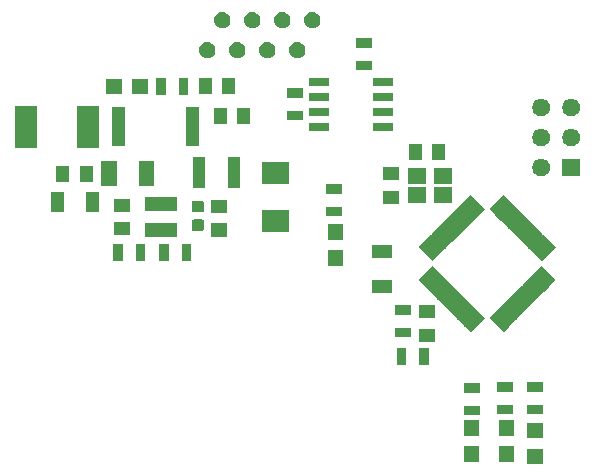
<source format=gbr>
G04 #@! TF.GenerationSoftware,KiCad,Pcbnew,5.1.4*
G04 #@! TF.CreationDate,2019-12-12T21:33:50-05:00*
G04 #@! TF.ProjectId,Suspension_Travel,53757370-656e-4736-996f-6e5f54726176,rev?*
G04 #@! TF.SameCoordinates,Original*
G04 #@! TF.FileFunction,Soldermask,Top*
G04 #@! TF.FilePolarity,Negative*
%FSLAX46Y46*%
G04 Gerber Fmt 4.6, Leading zero omitted, Abs format (unit mm)*
G04 Created by KiCad (PCBNEW 5.1.4) date 2019-12-12 21:33:50*
%MOMM*%
%LPD*%
G04 APERTURE LIST*
%ADD10C,0.100000*%
G04 APERTURE END LIST*
D10*
G36*
X152035000Y-117067000D02*
G01*
X150733000Y-117067000D01*
X150733000Y-115765000D01*
X152035000Y-115765000D01*
X152035000Y-117067000D01*
X152035000Y-117067000D01*
G37*
G36*
X149596600Y-116863800D02*
G01*
X148294600Y-116863800D01*
X148294600Y-115561800D01*
X149596600Y-115561800D01*
X149596600Y-116863800D01*
X149596600Y-116863800D01*
G37*
G36*
X146675600Y-116863800D02*
G01*
X145373600Y-116863800D01*
X145373600Y-115561800D01*
X146675600Y-115561800D01*
X146675600Y-116863800D01*
X146675600Y-116863800D01*
G37*
G36*
X152035000Y-114867000D02*
G01*
X150733000Y-114867000D01*
X150733000Y-113565000D01*
X152035000Y-113565000D01*
X152035000Y-114867000D01*
X152035000Y-114867000D01*
G37*
G36*
X146675600Y-114663800D02*
G01*
X145373600Y-114663800D01*
X145373600Y-113361800D01*
X146675600Y-113361800D01*
X146675600Y-114663800D01*
X146675600Y-114663800D01*
G37*
G36*
X149596600Y-114663800D02*
G01*
X148294600Y-114663800D01*
X148294600Y-113361800D01*
X149596600Y-113361800D01*
X149596600Y-114663800D01*
X149596600Y-114663800D01*
G37*
G36*
X146751000Y-112923000D02*
G01*
X145349000Y-112923000D01*
X145349000Y-112121000D01*
X146751000Y-112121000D01*
X146751000Y-112923000D01*
X146751000Y-112923000D01*
G37*
G36*
X152085000Y-112857000D02*
G01*
X150683000Y-112857000D01*
X150683000Y-112055000D01*
X152085000Y-112055000D01*
X152085000Y-112857000D01*
X152085000Y-112857000D01*
G37*
G36*
X149545000Y-112857000D02*
G01*
X148143000Y-112857000D01*
X148143000Y-112055000D01*
X149545000Y-112055000D01*
X149545000Y-112857000D01*
X149545000Y-112857000D01*
G37*
G36*
X146751000Y-111023000D02*
G01*
X145349000Y-111023000D01*
X145349000Y-110221000D01*
X146751000Y-110221000D01*
X146751000Y-111023000D01*
X146751000Y-111023000D01*
G37*
G36*
X152085000Y-110957000D02*
G01*
X150683000Y-110957000D01*
X150683000Y-110155000D01*
X152085000Y-110155000D01*
X152085000Y-110957000D01*
X152085000Y-110957000D01*
G37*
G36*
X149545000Y-110957000D02*
G01*
X148143000Y-110957000D01*
X148143000Y-110155000D01*
X149545000Y-110155000D01*
X149545000Y-110957000D01*
X149545000Y-110957000D01*
G37*
G36*
X140487000Y-108651000D02*
G01*
X139685000Y-108651000D01*
X139685000Y-107249000D01*
X140487000Y-107249000D01*
X140487000Y-108651000D01*
X140487000Y-108651000D01*
G37*
G36*
X142387000Y-108651000D02*
G01*
X141585000Y-108651000D01*
X141585000Y-107249000D01*
X142387000Y-107249000D01*
X142387000Y-108651000D01*
X142387000Y-108651000D01*
G37*
G36*
X142916000Y-106723000D02*
G01*
X141564000Y-106723000D01*
X141564000Y-105621000D01*
X142916000Y-105621000D01*
X142916000Y-106723000D01*
X142916000Y-106723000D01*
G37*
G36*
X140909000Y-106319000D02*
G01*
X139507000Y-106319000D01*
X139507000Y-105517000D01*
X140909000Y-105517000D01*
X140909000Y-106319000D01*
X140909000Y-106319000D01*
G37*
G36*
X153137368Y-101472536D02*
G01*
X152676334Y-101933570D01*
X152571682Y-102038221D01*
X152110648Y-102499255D01*
X152005997Y-102603907D01*
X149847907Y-104761997D01*
X149743255Y-104866648D01*
X149282221Y-105327682D01*
X149177570Y-105432334D01*
X148716536Y-105893368D01*
X147513040Y-104689872D01*
X147974074Y-104228838D01*
X147974075Y-104228839D01*
X147990339Y-104212575D01*
X147990348Y-104212564D01*
X148078726Y-104124187D01*
X148078725Y-104124186D01*
X148539759Y-103663152D01*
X148539760Y-103663153D01*
X148628137Y-103574775D01*
X148628148Y-103574766D01*
X148644412Y-103558502D01*
X148644411Y-103558501D01*
X149105445Y-103097467D01*
X149105446Y-103097468D01*
X149193833Y-103009080D01*
X149210097Y-102992817D01*
X149210096Y-102992816D01*
X149671130Y-102531782D01*
X149671131Y-102531783D01*
X149775783Y-102427131D01*
X149775782Y-102427130D01*
X150236816Y-101966096D01*
X150236817Y-101966097D01*
X150325204Y-101877709D01*
X150341468Y-101861446D01*
X150341467Y-101861445D01*
X150802501Y-101400411D01*
X150802502Y-101400412D01*
X150818766Y-101384148D01*
X150818775Y-101384137D01*
X150907153Y-101295760D01*
X150907152Y-101295759D01*
X151368186Y-100834725D01*
X151368187Y-100834726D01*
X151456564Y-100746348D01*
X151456575Y-100746339D01*
X151472839Y-100730075D01*
X151472838Y-100730074D01*
X151933872Y-100269040D01*
X153137368Y-101472536D01*
X153137368Y-101472536D01*
G37*
G36*
X143167162Y-100730074D02*
G01*
X143167162Y-100730075D01*
X143183426Y-100746339D01*
X143183432Y-100746344D01*
X143271814Y-100834726D01*
X143271814Y-100834725D01*
X143732848Y-101295759D01*
X143732848Y-101295760D01*
X143821230Y-101384142D01*
X143821235Y-101384148D01*
X143837499Y-101400412D01*
X143837499Y-101400411D01*
X144298533Y-101861445D01*
X144298533Y-101861446D01*
X144403184Y-101966097D01*
X144403184Y-101966096D01*
X144864218Y-102427130D01*
X144864218Y-102427131D01*
X144968870Y-102531783D01*
X144968870Y-102531782D01*
X145429904Y-102992816D01*
X145429904Y-102992817D01*
X145534555Y-103097468D01*
X145534555Y-103097467D01*
X145995589Y-103558501D01*
X145995589Y-103558502D01*
X146011853Y-103574766D01*
X146011859Y-103574771D01*
X146100241Y-103663153D01*
X146100241Y-103663152D01*
X146561275Y-104124186D01*
X146561275Y-104124187D01*
X146649657Y-104212569D01*
X146649662Y-104212575D01*
X146665926Y-104228839D01*
X146665926Y-104228838D01*
X147126960Y-104689872D01*
X145923464Y-105893368D01*
X145462430Y-105432334D01*
X145462431Y-105432334D01*
X145374049Y-105343952D01*
X145374044Y-105343946D01*
X145357780Y-105327682D01*
X145357779Y-105327682D01*
X144896745Y-104866648D01*
X144896746Y-104866648D01*
X144880482Y-104850384D01*
X144880476Y-104850379D01*
X144792094Y-104761997D01*
X144792093Y-104761997D01*
X144331059Y-104300963D01*
X144331060Y-104300963D01*
X144226409Y-104196312D01*
X144226408Y-104196312D01*
X143765374Y-103735278D01*
X143765375Y-103735278D01*
X143660723Y-103630626D01*
X143660722Y-103630626D01*
X143199688Y-103169592D01*
X143199689Y-103169592D01*
X143095038Y-103064941D01*
X143095037Y-103064941D01*
X142634003Y-102603907D01*
X142634004Y-102603907D01*
X142545622Y-102515525D01*
X142545617Y-102515519D01*
X142529353Y-102499255D01*
X142529352Y-102499255D01*
X142068318Y-102038221D01*
X142068319Y-102038221D01*
X142052055Y-102021957D01*
X142052049Y-102021952D01*
X141963667Y-101933570D01*
X141963666Y-101933570D01*
X141502632Y-101472536D01*
X142706128Y-100269040D01*
X143167162Y-100730074D01*
X143167162Y-100730074D01*
G37*
G36*
X142916000Y-104723000D02*
G01*
X141564000Y-104723000D01*
X141564000Y-103621000D01*
X142916000Y-103621000D01*
X142916000Y-104723000D01*
X142916000Y-104723000D01*
G37*
G36*
X140909000Y-104419000D02*
G01*
X139507000Y-104419000D01*
X139507000Y-103617000D01*
X140909000Y-103617000D01*
X140909000Y-104419000D01*
X140909000Y-104419000D01*
G37*
G36*
X139281000Y-102611000D02*
G01*
X137579000Y-102611000D01*
X137579000Y-101509000D01*
X139281000Y-101509000D01*
X139281000Y-102611000D01*
X139281000Y-102611000D01*
G37*
G36*
X135131000Y-100271000D02*
G01*
X133829000Y-100271000D01*
X133829000Y-98969000D01*
X135131000Y-98969000D01*
X135131000Y-100271000D01*
X135131000Y-100271000D01*
G37*
G36*
X147126960Y-95462128D02*
G01*
X146649662Y-95939426D01*
X146561275Y-96027814D01*
X146100241Y-96488848D01*
X146011853Y-96577235D01*
X145534555Y-97054533D01*
X145446167Y-97142920D01*
X145429904Y-97159184D01*
X144403184Y-98185904D01*
X144314796Y-98274291D01*
X144298533Y-98290555D01*
X143821235Y-98767853D01*
X143732848Y-98856241D01*
X143271814Y-99317275D01*
X143183426Y-99405662D01*
X142706128Y-99882960D01*
X141502632Y-98679464D01*
X141963666Y-98218430D01*
X141963667Y-98218431D01*
X142052044Y-98130053D01*
X142052055Y-98130044D01*
X142068319Y-98113780D01*
X142068318Y-98113779D01*
X142529352Y-97652745D01*
X142529353Y-97652746D01*
X142545617Y-97636482D01*
X142545626Y-97636471D01*
X142634004Y-97548094D01*
X142634003Y-97548093D01*
X143095037Y-97087059D01*
X143095038Y-97087060D01*
X143199689Y-96982409D01*
X143199688Y-96982408D01*
X143660722Y-96521374D01*
X143660723Y-96521375D01*
X143765375Y-96416723D01*
X143765374Y-96416722D01*
X144226408Y-95955688D01*
X144226409Y-95955689D01*
X144331060Y-95851038D01*
X144331059Y-95851037D01*
X144792093Y-95390003D01*
X144792094Y-95390004D01*
X144880471Y-95301626D01*
X144880482Y-95301617D01*
X144896746Y-95285353D01*
X144896745Y-95285352D01*
X145357779Y-94824318D01*
X145357780Y-94824319D01*
X145374044Y-94808055D01*
X145374053Y-94808044D01*
X145462431Y-94719667D01*
X145462430Y-94719666D01*
X145923464Y-94258632D01*
X147126960Y-95462128D01*
X147126960Y-95462128D01*
G37*
G36*
X149177570Y-94719666D02*
G01*
X149177570Y-94719667D01*
X149265952Y-94808049D01*
X149265957Y-94808055D01*
X149282221Y-94824319D01*
X149282221Y-94824318D01*
X149743255Y-95285352D01*
X149743255Y-95285353D01*
X149759519Y-95301617D01*
X149759525Y-95301622D01*
X149847907Y-95390004D01*
X149847907Y-95390003D01*
X150308941Y-95851037D01*
X150308941Y-95851038D01*
X150413592Y-95955689D01*
X150413592Y-95955688D01*
X150874626Y-96416722D01*
X150874626Y-96416723D01*
X150979278Y-96521375D01*
X150979278Y-96521374D01*
X151440312Y-96982408D01*
X151440312Y-96982409D01*
X151544963Y-97087060D01*
X151544963Y-97087059D01*
X152005997Y-97548093D01*
X152005997Y-97548094D01*
X152094379Y-97636476D01*
X152094384Y-97636482D01*
X152110648Y-97652746D01*
X152110648Y-97652745D01*
X152571682Y-98113779D01*
X152571682Y-98113780D01*
X152587946Y-98130044D01*
X152587952Y-98130049D01*
X152676334Y-98218431D01*
X152676334Y-98218430D01*
X153137368Y-98679464D01*
X151933872Y-99882960D01*
X151472838Y-99421926D01*
X151472839Y-99421926D01*
X151456575Y-99405662D01*
X151456569Y-99405657D01*
X151368187Y-99317275D01*
X151368186Y-99317275D01*
X150907152Y-98856241D01*
X150907153Y-98856241D01*
X150818771Y-98767859D01*
X150818766Y-98767853D01*
X150802502Y-98751589D01*
X150802501Y-98751589D01*
X150341467Y-98290555D01*
X150341468Y-98290555D01*
X150236817Y-98185904D01*
X150236816Y-98185904D01*
X149775782Y-97724870D01*
X149775783Y-97724870D01*
X149671131Y-97620218D01*
X149671130Y-97620218D01*
X149210096Y-97159184D01*
X149210097Y-97159184D01*
X149105446Y-97054533D01*
X149105445Y-97054533D01*
X148644411Y-96593499D01*
X148644412Y-96593499D01*
X148628148Y-96577235D01*
X148628142Y-96577230D01*
X148539760Y-96488848D01*
X148539759Y-96488848D01*
X148078725Y-96027814D01*
X148078726Y-96027814D01*
X147990344Y-95939432D01*
X147990339Y-95939426D01*
X147974075Y-95923162D01*
X147974074Y-95923162D01*
X147513040Y-95462128D01*
X148716536Y-94258632D01*
X149177570Y-94719666D01*
X149177570Y-94719666D01*
G37*
G36*
X120372780Y-99857520D02*
G01*
X119570780Y-99857520D01*
X119570780Y-98455520D01*
X120372780Y-98455520D01*
X120372780Y-99857520D01*
X120372780Y-99857520D01*
G37*
G36*
X122272780Y-99857520D02*
G01*
X121470780Y-99857520D01*
X121470780Y-98455520D01*
X122272780Y-98455520D01*
X122272780Y-99857520D01*
X122272780Y-99857520D01*
G37*
G36*
X116486580Y-99842280D02*
G01*
X115684580Y-99842280D01*
X115684580Y-98440280D01*
X116486580Y-98440280D01*
X116486580Y-99842280D01*
X116486580Y-99842280D01*
G37*
G36*
X118386580Y-99842280D02*
G01*
X117584580Y-99842280D01*
X117584580Y-98440280D01*
X118386580Y-98440280D01*
X118386580Y-99842280D01*
X118386580Y-99842280D01*
G37*
G36*
X139281000Y-99611000D02*
G01*
X137579000Y-99611000D01*
X137579000Y-98509000D01*
X139281000Y-98509000D01*
X139281000Y-99611000D01*
X139281000Y-99611000D01*
G37*
G36*
X135131000Y-98071000D02*
G01*
X133829000Y-98071000D01*
X133829000Y-96769000D01*
X135131000Y-96769000D01*
X135131000Y-98071000D01*
X135131000Y-98071000D01*
G37*
G36*
X121028400Y-97835200D02*
G01*
X118376400Y-97835200D01*
X118376400Y-96673200D01*
X121028400Y-96673200D01*
X121028400Y-97835200D01*
X121028400Y-97835200D01*
G37*
G36*
X125303640Y-97801000D02*
G01*
X123951640Y-97801000D01*
X123951640Y-96699000D01*
X125303640Y-96699000D01*
X125303640Y-97801000D01*
X125303640Y-97801000D01*
G37*
G36*
X117084200Y-97690000D02*
G01*
X115732200Y-97690000D01*
X115732200Y-96588000D01*
X117084200Y-96588000D01*
X117084200Y-97690000D01*
X117084200Y-97690000D01*
G37*
G36*
X130556200Y-97396500D02*
G01*
X128295200Y-97396500D01*
X128295200Y-95516500D01*
X130556200Y-95516500D01*
X130556200Y-97396500D01*
X130556200Y-97396500D01*
G37*
G36*
X123201291Y-96362585D02*
G01*
X123235269Y-96372893D01*
X123266590Y-96389634D01*
X123294039Y-96412161D01*
X123316566Y-96439610D01*
X123333307Y-96470931D01*
X123343615Y-96504909D01*
X123347700Y-96546390D01*
X123347700Y-97147610D01*
X123343615Y-97189091D01*
X123333307Y-97223069D01*
X123316566Y-97254390D01*
X123294039Y-97281839D01*
X123266590Y-97304366D01*
X123235269Y-97321107D01*
X123201291Y-97331415D01*
X123159810Y-97335500D01*
X122483590Y-97335500D01*
X122442109Y-97331415D01*
X122408131Y-97321107D01*
X122376810Y-97304366D01*
X122349361Y-97281839D01*
X122326834Y-97254390D01*
X122310093Y-97223069D01*
X122299785Y-97189091D01*
X122295700Y-97147610D01*
X122295700Y-96546390D01*
X122299785Y-96504909D01*
X122310093Y-96470931D01*
X122326834Y-96439610D01*
X122349361Y-96412161D01*
X122376810Y-96389634D01*
X122408131Y-96372893D01*
X122442109Y-96362585D01*
X122483590Y-96358500D01*
X123159810Y-96358500D01*
X123201291Y-96362585D01*
X123201291Y-96362585D01*
G37*
G36*
X135067000Y-96093000D02*
G01*
X133665000Y-96093000D01*
X133665000Y-95291000D01*
X135067000Y-95291000D01*
X135067000Y-96093000D01*
X135067000Y-96093000D01*
G37*
G36*
X125303640Y-95801000D02*
G01*
X123951640Y-95801000D01*
X123951640Y-94699000D01*
X125303640Y-94699000D01*
X125303640Y-95801000D01*
X125303640Y-95801000D01*
G37*
G36*
X123201291Y-94787585D02*
G01*
X123235269Y-94797893D01*
X123266590Y-94814634D01*
X123294039Y-94837161D01*
X123316566Y-94864610D01*
X123333307Y-94895931D01*
X123343615Y-94929909D01*
X123347700Y-94971390D01*
X123347700Y-95572610D01*
X123343615Y-95614091D01*
X123333307Y-95648069D01*
X123316566Y-95679390D01*
X123294039Y-95706839D01*
X123266590Y-95729366D01*
X123235269Y-95746107D01*
X123201291Y-95756415D01*
X123159810Y-95760500D01*
X122483590Y-95760500D01*
X122442109Y-95756415D01*
X122408131Y-95746107D01*
X122376810Y-95729366D01*
X122349361Y-95706839D01*
X122326834Y-95679390D01*
X122310093Y-95648069D01*
X122299785Y-95614091D01*
X122295700Y-95572610D01*
X122295700Y-94971390D01*
X122299785Y-94929909D01*
X122310093Y-94895931D01*
X122326834Y-94864610D01*
X122349361Y-94837161D01*
X122376810Y-94814634D01*
X122408131Y-94797893D01*
X122442109Y-94787585D01*
X122483590Y-94783500D01*
X123159810Y-94783500D01*
X123201291Y-94787585D01*
X123201291Y-94787585D01*
G37*
G36*
X111482700Y-95720000D02*
G01*
X110380700Y-95720000D01*
X110380700Y-94018000D01*
X111482700Y-94018000D01*
X111482700Y-95720000D01*
X111482700Y-95720000D01*
G37*
G36*
X114482700Y-95720000D02*
G01*
X113380700Y-95720000D01*
X113380700Y-94018000D01*
X114482700Y-94018000D01*
X114482700Y-95720000D01*
X114482700Y-95720000D01*
G37*
G36*
X117084200Y-95690000D02*
G01*
X115732200Y-95690000D01*
X115732200Y-94588000D01*
X117084200Y-94588000D01*
X117084200Y-95690000D01*
X117084200Y-95690000D01*
G37*
G36*
X121028400Y-95635200D02*
G01*
X118376400Y-95635200D01*
X118376400Y-94473200D01*
X121028400Y-94473200D01*
X121028400Y-95635200D01*
X121028400Y-95635200D01*
G37*
G36*
X139868000Y-95023000D02*
G01*
X138516000Y-95023000D01*
X138516000Y-93921000D01*
X139868000Y-93921000D01*
X139868000Y-95023000D01*
X139868000Y-95023000D01*
G37*
G36*
X142145000Y-94923000D02*
G01*
X140643000Y-94923000D01*
X140643000Y-93621000D01*
X142145000Y-93621000D01*
X142145000Y-94923000D01*
X142145000Y-94923000D01*
G37*
G36*
X144345000Y-94923000D02*
G01*
X142843000Y-94923000D01*
X142843000Y-93621000D01*
X144345000Y-93621000D01*
X144345000Y-94923000D01*
X144345000Y-94923000D01*
G37*
G36*
X135067000Y-94193000D02*
G01*
X133665000Y-94193000D01*
X133665000Y-93391000D01*
X135067000Y-93391000D01*
X135067000Y-94193000D01*
X135067000Y-94193000D01*
G37*
G36*
X123460200Y-93693500D02*
G01*
X122458200Y-93693500D01*
X122458200Y-91091500D01*
X123460200Y-91091500D01*
X123460200Y-93693500D01*
X123460200Y-93693500D01*
G37*
G36*
X126360200Y-93693500D02*
G01*
X125358200Y-93693500D01*
X125358200Y-91091500D01*
X126360200Y-91091500D01*
X126360200Y-93693500D01*
X126360200Y-93693500D01*
G37*
G36*
X119154300Y-93504460D02*
G01*
X117852300Y-93504460D01*
X117852300Y-91402460D01*
X119154300Y-91402460D01*
X119154300Y-93504460D01*
X119154300Y-93504460D01*
G37*
G36*
X115954300Y-93504460D02*
G01*
X114652300Y-93504460D01*
X114652300Y-91402460D01*
X115954300Y-91402460D01*
X115954300Y-93504460D01*
X115954300Y-93504460D01*
G37*
G36*
X130556200Y-93332500D02*
G01*
X128295200Y-93332500D01*
X128295200Y-91452500D01*
X130556200Y-91452500D01*
X130556200Y-93332500D01*
X130556200Y-93332500D01*
G37*
G36*
X142145000Y-93323000D02*
G01*
X140643000Y-93323000D01*
X140643000Y-92021000D01*
X142145000Y-92021000D01*
X142145000Y-93323000D01*
X142145000Y-93323000D01*
G37*
G36*
X144345000Y-93323000D02*
G01*
X142843000Y-93323000D01*
X142843000Y-92021000D01*
X144345000Y-92021000D01*
X144345000Y-93323000D01*
X144345000Y-93323000D01*
G37*
G36*
X113958700Y-93195500D02*
G01*
X112856700Y-93195500D01*
X112856700Y-91843500D01*
X113958700Y-91843500D01*
X113958700Y-93195500D01*
X113958700Y-93195500D01*
G37*
G36*
X111958700Y-93195500D02*
G01*
X110856700Y-93195500D01*
X110856700Y-91843500D01*
X111958700Y-91843500D01*
X111958700Y-93195500D01*
X111958700Y-93195500D01*
G37*
G36*
X139868000Y-93023000D02*
G01*
X138516000Y-93023000D01*
X138516000Y-91921000D01*
X139868000Y-91921000D01*
X139868000Y-93023000D01*
X139868000Y-93023000D01*
G37*
G36*
X152111059Y-91225860D02*
G01*
X152247732Y-91282472D01*
X152370735Y-91364660D01*
X152475340Y-91469265D01*
X152557528Y-91592268D01*
X152614140Y-91728941D01*
X152643000Y-91874033D01*
X152643000Y-92021967D01*
X152614140Y-92167059D01*
X152557528Y-92303732D01*
X152475340Y-92426735D01*
X152370735Y-92531340D01*
X152247732Y-92613528D01*
X152247731Y-92613529D01*
X152247730Y-92613529D01*
X152111059Y-92670140D01*
X151965968Y-92699000D01*
X151818032Y-92699000D01*
X151672941Y-92670140D01*
X151536270Y-92613529D01*
X151536269Y-92613529D01*
X151536268Y-92613528D01*
X151413265Y-92531340D01*
X151308660Y-92426735D01*
X151226472Y-92303732D01*
X151169860Y-92167059D01*
X151141000Y-92021967D01*
X151141000Y-91874033D01*
X151169860Y-91728941D01*
X151226472Y-91592268D01*
X151308660Y-91469265D01*
X151413265Y-91364660D01*
X151536268Y-91282472D01*
X151672941Y-91225860D01*
X151818032Y-91197000D01*
X151965968Y-91197000D01*
X152111059Y-91225860D01*
X152111059Y-91225860D01*
G37*
G36*
X155183000Y-92699000D02*
G01*
X153681000Y-92699000D01*
X153681000Y-91197000D01*
X155183000Y-91197000D01*
X155183000Y-92699000D01*
X155183000Y-92699000D01*
G37*
G36*
X143791000Y-91354000D02*
G01*
X142689000Y-91354000D01*
X142689000Y-90002000D01*
X143791000Y-90002000D01*
X143791000Y-91354000D01*
X143791000Y-91354000D01*
G37*
G36*
X141791000Y-91354000D02*
G01*
X140689000Y-91354000D01*
X140689000Y-90002000D01*
X141791000Y-90002000D01*
X141791000Y-91354000D01*
X141791000Y-91354000D01*
G37*
G36*
X109211700Y-90320000D02*
G01*
X107329700Y-90320000D01*
X107329700Y-86718000D01*
X109211700Y-86718000D01*
X109211700Y-90320000D01*
X109211700Y-90320000D01*
G37*
G36*
X114491700Y-90320000D02*
G01*
X112609700Y-90320000D01*
X112609700Y-86718000D01*
X114491700Y-86718000D01*
X114491700Y-90320000D01*
X114491700Y-90320000D01*
G37*
G36*
X122902800Y-90164920D02*
G01*
X121800800Y-90164920D01*
X121800800Y-86862920D01*
X122902800Y-86862920D01*
X122902800Y-90164920D01*
X122902800Y-90164920D01*
G37*
G36*
X116702800Y-90164920D02*
G01*
X115600800Y-90164920D01*
X115600800Y-86862920D01*
X116702800Y-86862920D01*
X116702800Y-90164920D01*
X116702800Y-90164920D01*
G37*
G36*
X154651059Y-88685860D02*
G01*
X154787732Y-88742472D01*
X154910735Y-88824660D01*
X155015340Y-88929265D01*
X155097528Y-89052268D01*
X155154140Y-89188941D01*
X155183000Y-89334033D01*
X155183000Y-89481967D01*
X155154140Y-89627059D01*
X155097528Y-89763732D01*
X155015340Y-89886735D01*
X154910735Y-89991340D01*
X154787732Y-90073528D01*
X154787731Y-90073529D01*
X154787730Y-90073529D01*
X154651059Y-90130140D01*
X154505968Y-90159000D01*
X154358032Y-90159000D01*
X154212941Y-90130140D01*
X154076270Y-90073529D01*
X154076269Y-90073529D01*
X154076268Y-90073528D01*
X153953265Y-89991340D01*
X153848660Y-89886735D01*
X153766472Y-89763732D01*
X153709860Y-89627059D01*
X153681000Y-89481967D01*
X153681000Y-89334033D01*
X153709860Y-89188941D01*
X153766472Y-89052268D01*
X153848660Y-88929265D01*
X153953265Y-88824660D01*
X154076268Y-88742472D01*
X154212941Y-88685860D01*
X154358032Y-88657000D01*
X154505968Y-88657000D01*
X154651059Y-88685860D01*
X154651059Y-88685860D01*
G37*
G36*
X152111059Y-88685860D02*
G01*
X152247732Y-88742472D01*
X152370735Y-88824660D01*
X152475340Y-88929265D01*
X152557528Y-89052268D01*
X152614140Y-89188941D01*
X152643000Y-89334033D01*
X152643000Y-89481967D01*
X152614140Y-89627059D01*
X152557528Y-89763732D01*
X152475340Y-89886735D01*
X152370735Y-89991340D01*
X152247732Y-90073528D01*
X152247731Y-90073529D01*
X152247730Y-90073529D01*
X152111059Y-90130140D01*
X151965968Y-90159000D01*
X151818032Y-90159000D01*
X151672941Y-90130140D01*
X151536270Y-90073529D01*
X151536269Y-90073529D01*
X151536268Y-90073528D01*
X151413265Y-89991340D01*
X151308660Y-89886735D01*
X151226472Y-89763732D01*
X151169860Y-89627059D01*
X151141000Y-89481967D01*
X151141000Y-89334033D01*
X151169860Y-89188941D01*
X151226472Y-89052268D01*
X151308660Y-88929265D01*
X151413265Y-88824660D01*
X151536268Y-88742472D01*
X151672941Y-88685860D01*
X151818032Y-88657000D01*
X151965968Y-88657000D01*
X152111059Y-88685860D01*
X152111059Y-88685860D01*
G37*
G36*
X133922000Y-88895400D02*
G01*
X132270000Y-88895400D01*
X132270000Y-88193400D01*
X133922000Y-88193400D01*
X133922000Y-88895400D01*
X133922000Y-88895400D01*
G37*
G36*
X139322000Y-88895400D02*
G01*
X137670000Y-88895400D01*
X137670000Y-88193400D01*
X139322000Y-88193400D01*
X139322000Y-88895400D01*
X139322000Y-88895400D01*
G37*
G36*
X125281000Y-88306000D02*
G01*
X124179000Y-88306000D01*
X124179000Y-86954000D01*
X125281000Y-86954000D01*
X125281000Y-88306000D01*
X125281000Y-88306000D01*
G37*
G36*
X127281000Y-88306000D02*
G01*
X126179000Y-88306000D01*
X126179000Y-86954000D01*
X127281000Y-86954000D01*
X127281000Y-88306000D01*
X127281000Y-88306000D01*
G37*
G36*
X131765000Y-87965000D02*
G01*
X130363000Y-87965000D01*
X130363000Y-87163000D01*
X131765000Y-87163000D01*
X131765000Y-87965000D01*
X131765000Y-87965000D01*
G37*
G36*
X139322000Y-87625400D02*
G01*
X137670000Y-87625400D01*
X137670000Y-86923400D01*
X139322000Y-86923400D01*
X139322000Y-87625400D01*
X139322000Y-87625400D01*
G37*
G36*
X133922000Y-87625400D02*
G01*
X132270000Y-87625400D01*
X132270000Y-86923400D01*
X133922000Y-86923400D01*
X133922000Y-87625400D01*
X133922000Y-87625400D01*
G37*
G36*
X154651059Y-86145860D02*
G01*
X154787732Y-86202472D01*
X154910735Y-86284660D01*
X155015340Y-86389265D01*
X155015341Y-86389267D01*
X155097529Y-86512270D01*
X155154140Y-86648941D01*
X155167877Y-86718000D01*
X155183000Y-86794033D01*
X155183000Y-86941967D01*
X155154140Y-87087059D01*
X155097528Y-87223732D01*
X155015340Y-87346735D01*
X154910735Y-87451340D01*
X154787732Y-87533528D01*
X154787731Y-87533529D01*
X154787730Y-87533529D01*
X154651059Y-87590140D01*
X154505968Y-87619000D01*
X154358032Y-87619000D01*
X154212941Y-87590140D01*
X154076270Y-87533529D01*
X154076269Y-87533529D01*
X154076268Y-87533528D01*
X153953265Y-87451340D01*
X153848660Y-87346735D01*
X153766472Y-87223732D01*
X153709860Y-87087059D01*
X153681000Y-86941967D01*
X153681000Y-86794033D01*
X153696124Y-86718000D01*
X153709860Y-86648941D01*
X153766471Y-86512270D01*
X153848659Y-86389267D01*
X153848660Y-86389265D01*
X153953265Y-86284660D01*
X154076268Y-86202472D01*
X154212941Y-86145860D01*
X154358032Y-86117000D01*
X154505968Y-86117000D01*
X154651059Y-86145860D01*
X154651059Y-86145860D01*
G37*
G36*
X152111059Y-86145860D02*
G01*
X152247732Y-86202472D01*
X152370735Y-86284660D01*
X152475340Y-86389265D01*
X152475341Y-86389267D01*
X152557529Y-86512270D01*
X152614140Y-86648941D01*
X152627877Y-86718000D01*
X152643000Y-86794033D01*
X152643000Y-86941967D01*
X152614140Y-87087059D01*
X152557528Y-87223732D01*
X152475340Y-87346735D01*
X152370735Y-87451340D01*
X152247732Y-87533528D01*
X152247731Y-87533529D01*
X152247730Y-87533529D01*
X152111059Y-87590140D01*
X151965968Y-87619000D01*
X151818032Y-87619000D01*
X151672941Y-87590140D01*
X151536270Y-87533529D01*
X151536269Y-87533529D01*
X151536268Y-87533528D01*
X151413265Y-87451340D01*
X151308660Y-87346735D01*
X151226472Y-87223732D01*
X151169860Y-87087059D01*
X151141000Y-86941967D01*
X151141000Y-86794033D01*
X151156124Y-86718000D01*
X151169860Y-86648941D01*
X151226471Y-86512270D01*
X151308659Y-86389267D01*
X151308660Y-86389265D01*
X151413265Y-86284660D01*
X151536268Y-86202472D01*
X151672941Y-86145860D01*
X151818032Y-86117000D01*
X151965968Y-86117000D01*
X152111059Y-86145860D01*
X152111059Y-86145860D01*
G37*
G36*
X139322000Y-86355400D02*
G01*
X137670000Y-86355400D01*
X137670000Y-85653400D01*
X139322000Y-85653400D01*
X139322000Y-86355400D01*
X139322000Y-86355400D01*
G37*
G36*
X133922000Y-86355400D02*
G01*
X132270000Y-86355400D01*
X132270000Y-85653400D01*
X133922000Y-85653400D01*
X133922000Y-86355400D01*
X133922000Y-86355400D01*
G37*
G36*
X131765000Y-86065000D02*
G01*
X130363000Y-86065000D01*
X130363000Y-85263000D01*
X131765000Y-85263000D01*
X131765000Y-86065000D01*
X131765000Y-86065000D01*
G37*
G36*
X120101000Y-85791000D02*
G01*
X119299000Y-85791000D01*
X119299000Y-84389000D01*
X120101000Y-84389000D01*
X120101000Y-85791000D01*
X120101000Y-85791000D01*
G37*
G36*
X122001000Y-85791000D02*
G01*
X121199000Y-85791000D01*
X121199000Y-84389000D01*
X122001000Y-84389000D01*
X122001000Y-85791000D01*
X122001000Y-85791000D01*
G37*
G36*
X124011000Y-85766000D02*
G01*
X122909000Y-85766000D01*
X122909000Y-84414000D01*
X124011000Y-84414000D01*
X124011000Y-85766000D01*
X124011000Y-85766000D01*
G37*
G36*
X126011000Y-85766000D02*
G01*
X124909000Y-85766000D01*
X124909000Y-84414000D01*
X126011000Y-84414000D01*
X126011000Y-85766000D01*
X126011000Y-85766000D01*
G37*
G36*
X118591000Y-85741000D02*
G01*
X117289000Y-85741000D01*
X117289000Y-84439000D01*
X118591000Y-84439000D01*
X118591000Y-85741000D01*
X118591000Y-85741000D01*
G37*
G36*
X116391000Y-85741000D02*
G01*
X115089000Y-85741000D01*
X115089000Y-84439000D01*
X116391000Y-84439000D01*
X116391000Y-85741000D01*
X116391000Y-85741000D01*
G37*
G36*
X133922000Y-85085400D02*
G01*
X132270000Y-85085400D01*
X132270000Y-84383400D01*
X133922000Y-84383400D01*
X133922000Y-85085400D01*
X133922000Y-85085400D01*
G37*
G36*
X139322000Y-85085400D02*
G01*
X137670000Y-85085400D01*
X137670000Y-84383400D01*
X139322000Y-84383400D01*
X139322000Y-85085400D01*
X139322000Y-85085400D01*
G37*
G36*
X137607000Y-83713000D02*
G01*
X136205000Y-83713000D01*
X136205000Y-82911000D01*
X137607000Y-82911000D01*
X137607000Y-83713000D01*
X137607000Y-83713000D01*
G37*
G36*
X128906273Y-81342538D02*
G01*
X129033849Y-81395382D01*
X129148659Y-81472095D01*
X129246305Y-81569741D01*
X129323018Y-81684551D01*
X129375862Y-81812127D01*
X129402800Y-81947556D01*
X129402800Y-82085644D01*
X129375862Y-82221073D01*
X129323018Y-82348649D01*
X129246305Y-82463459D01*
X129148659Y-82561105D01*
X129033849Y-82637818D01*
X128906273Y-82690662D01*
X128770844Y-82717600D01*
X128632756Y-82717600D01*
X128497327Y-82690662D01*
X128369751Y-82637818D01*
X128254941Y-82561105D01*
X128157295Y-82463459D01*
X128080582Y-82348649D01*
X128027738Y-82221073D01*
X128000800Y-82085644D01*
X128000800Y-81947556D01*
X128027738Y-81812127D01*
X128080582Y-81684551D01*
X128157295Y-81569741D01*
X128254941Y-81472095D01*
X128369751Y-81395382D01*
X128497327Y-81342538D01*
X128632756Y-81315600D01*
X128770844Y-81315600D01*
X128906273Y-81342538D01*
X128906273Y-81342538D01*
G37*
G36*
X126366273Y-81342538D02*
G01*
X126493849Y-81395382D01*
X126608659Y-81472095D01*
X126706305Y-81569741D01*
X126783018Y-81684551D01*
X126835862Y-81812127D01*
X126862800Y-81947556D01*
X126862800Y-82085644D01*
X126835862Y-82221073D01*
X126783018Y-82348649D01*
X126706305Y-82463459D01*
X126608659Y-82561105D01*
X126493849Y-82637818D01*
X126366273Y-82690662D01*
X126230844Y-82717600D01*
X126092756Y-82717600D01*
X125957327Y-82690662D01*
X125829751Y-82637818D01*
X125714941Y-82561105D01*
X125617295Y-82463459D01*
X125540582Y-82348649D01*
X125487738Y-82221073D01*
X125460800Y-82085644D01*
X125460800Y-81947556D01*
X125487738Y-81812127D01*
X125540582Y-81684551D01*
X125617295Y-81569741D01*
X125714941Y-81472095D01*
X125829751Y-81395382D01*
X125957327Y-81342538D01*
X126092756Y-81315600D01*
X126230844Y-81315600D01*
X126366273Y-81342538D01*
X126366273Y-81342538D01*
G37*
G36*
X123826273Y-81342538D02*
G01*
X123953849Y-81395382D01*
X124068659Y-81472095D01*
X124166305Y-81569741D01*
X124243018Y-81684551D01*
X124295862Y-81812127D01*
X124322800Y-81947556D01*
X124322800Y-82085644D01*
X124295862Y-82221073D01*
X124243018Y-82348649D01*
X124166305Y-82463459D01*
X124068659Y-82561105D01*
X123953849Y-82637818D01*
X123826273Y-82690662D01*
X123690844Y-82717600D01*
X123552756Y-82717600D01*
X123417327Y-82690662D01*
X123289751Y-82637818D01*
X123174941Y-82561105D01*
X123077295Y-82463459D01*
X123000582Y-82348649D01*
X122947738Y-82221073D01*
X122920800Y-82085644D01*
X122920800Y-81947556D01*
X122947738Y-81812127D01*
X123000582Y-81684551D01*
X123077295Y-81569741D01*
X123174941Y-81472095D01*
X123289751Y-81395382D01*
X123417327Y-81342538D01*
X123552756Y-81315600D01*
X123690844Y-81315600D01*
X123826273Y-81342538D01*
X123826273Y-81342538D01*
G37*
G36*
X131446273Y-81342538D02*
G01*
X131573849Y-81395382D01*
X131688659Y-81472095D01*
X131786305Y-81569741D01*
X131863018Y-81684551D01*
X131915862Y-81812127D01*
X131942800Y-81947556D01*
X131942800Y-82085644D01*
X131915862Y-82221073D01*
X131863018Y-82348649D01*
X131786305Y-82463459D01*
X131688659Y-82561105D01*
X131573849Y-82637818D01*
X131446273Y-82690662D01*
X131310844Y-82717600D01*
X131172756Y-82717600D01*
X131037327Y-82690662D01*
X130909751Y-82637818D01*
X130794941Y-82561105D01*
X130697295Y-82463459D01*
X130620582Y-82348649D01*
X130567738Y-82221073D01*
X130540800Y-82085644D01*
X130540800Y-81947556D01*
X130567738Y-81812127D01*
X130620582Y-81684551D01*
X130697295Y-81569741D01*
X130794941Y-81472095D01*
X130909751Y-81395382D01*
X131037327Y-81342538D01*
X131172756Y-81315600D01*
X131310844Y-81315600D01*
X131446273Y-81342538D01*
X131446273Y-81342538D01*
G37*
G36*
X137607000Y-81813000D02*
G01*
X136205000Y-81813000D01*
X136205000Y-81011000D01*
X137607000Y-81011000D01*
X137607000Y-81813000D01*
X137607000Y-81813000D01*
G37*
G36*
X132716273Y-78802538D02*
G01*
X132843849Y-78855382D01*
X132958659Y-78932095D01*
X133056305Y-79029741D01*
X133133018Y-79144551D01*
X133185862Y-79272127D01*
X133212800Y-79407556D01*
X133212800Y-79545644D01*
X133185862Y-79681073D01*
X133133018Y-79808649D01*
X133056305Y-79923459D01*
X132958659Y-80021105D01*
X132843849Y-80097818D01*
X132716273Y-80150662D01*
X132580844Y-80177600D01*
X132442756Y-80177600D01*
X132307327Y-80150662D01*
X132179751Y-80097818D01*
X132064941Y-80021105D01*
X131967295Y-79923459D01*
X131890582Y-79808649D01*
X131837738Y-79681073D01*
X131810800Y-79545644D01*
X131810800Y-79407556D01*
X131837738Y-79272127D01*
X131890582Y-79144551D01*
X131967295Y-79029741D01*
X132064941Y-78932095D01*
X132179751Y-78855382D01*
X132307327Y-78802538D01*
X132442756Y-78775600D01*
X132580844Y-78775600D01*
X132716273Y-78802538D01*
X132716273Y-78802538D01*
G37*
G36*
X130176273Y-78802538D02*
G01*
X130303849Y-78855382D01*
X130418659Y-78932095D01*
X130516305Y-79029741D01*
X130593018Y-79144551D01*
X130645862Y-79272127D01*
X130672800Y-79407556D01*
X130672800Y-79545644D01*
X130645862Y-79681073D01*
X130593018Y-79808649D01*
X130516305Y-79923459D01*
X130418659Y-80021105D01*
X130303849Y-80097818D01*
X130176273Y-80150662D01*
X130040844Y-80177600D01*
X129902756Y-80177600D01*
X129767327Y-80150662D01*
X129639751Y-80097818D01*
X129524941Y-80021105D01*
X129427295Y-79923459D01*
X129350582Y-79808649D01*
X129297738Y-79681073D01*
X129270800Y-79545644D01*
X129270800Y-79407556D01*
X129297738Y-79272127D01*
X129350582Y-79144551D01*
X129427295Y-79029741D01*
X129524941Y-78932095D01*
X129639751Y-78855382D01*
X129767327Y-78802538D01*
X129902756Y-78775600D01*
X130040844Y-78775600D01*
X130176273Y-78802538D01*
X130176273Y-78802538D01*
G37*
G36*
X127636273Y-78802538D02*
G01*
X127763849Y-78855382D01*
X127878659Y-78932095D01*
X127976305Y-79029741D01*
X128053018Y-79144551D01*
X128105862Y-79272127D01*
X128132800Y-79407556D01*
X128132800Y-79545644D01*
X128105862Y-79681073D01*
X128053018Y-79808649D01*
X127976305Y-79923459D01*
X127878659Y-80021105D01*
X127763849Y-80097818D01*
X127636273Y-80150662D01*
X127500844Y-80177600D01*
X127362756Y-80177600D01*
X127227327Y-80150662D01*
X127099751Y-80097818D01*
X126984941Y-80021105D01*
X126887295Y-79923459D01*
X126810582Y-79808649D01*
X126757738Y-79681073D01*
X126730800Y-79545644D01*
X126730800Y-79407556D01*
X126757738Y-79272127D01*
X126810582Y-79144551D01*
X126887295Y-79029741D01*
X126984941Y-78932095D01*
X127099751Y-78855382D01*
X127227327Y-78802538D01*
X127362756Y-78775600D01*
X127500844Y-78775600D01*
X127636273Y-78802538D01*
X127636273Y-78802538D01*
G37*
G36*
X125096273Y-78802538D02*
G01*
X125223849Y-78855382D01*
X125338659Y-78932095D01*
X125436305Y-79029741D01*
X125513018Y-79144551D01*
X125565862Y-79272127D01*
X125592800Y-79407556D01*
X125592800Y-79545644D01*
X125565862Y-79681073D01*
X125513018Y-79808649D01*
X125436305Y-79923459D01*
X125338659Y-80021105D01*
X125223849Y-80097818D01*
X125096273Y-80150662D01*
X124960844Y-80177600D01*
X124822756Y-80177600D01*
X124687327Y-80150662D01*
X124559751Y-80097818D01*
X124444941Y-80021105D01*
X124347295Y-79923459D01*
X124270582Y-79808649D01*
X124217738Y-79681073D01*
X124190800Y-79545644D01*
X124190800Y-79407556D01*
X124217738Y-79272127D01*
X124270582Y-79144551D01*
X124347295Y-79029741D01*
X124444941Y-78932095D01*
X124559751Y-78855382D01*
X124687327Y-78802538D01*
X124822756Y-78775600D01*
X124960844Y-78775600D01*
X125096273Y-78802538D01*
X125096273Y-78802538D01*
G37*
M02*

</source>
